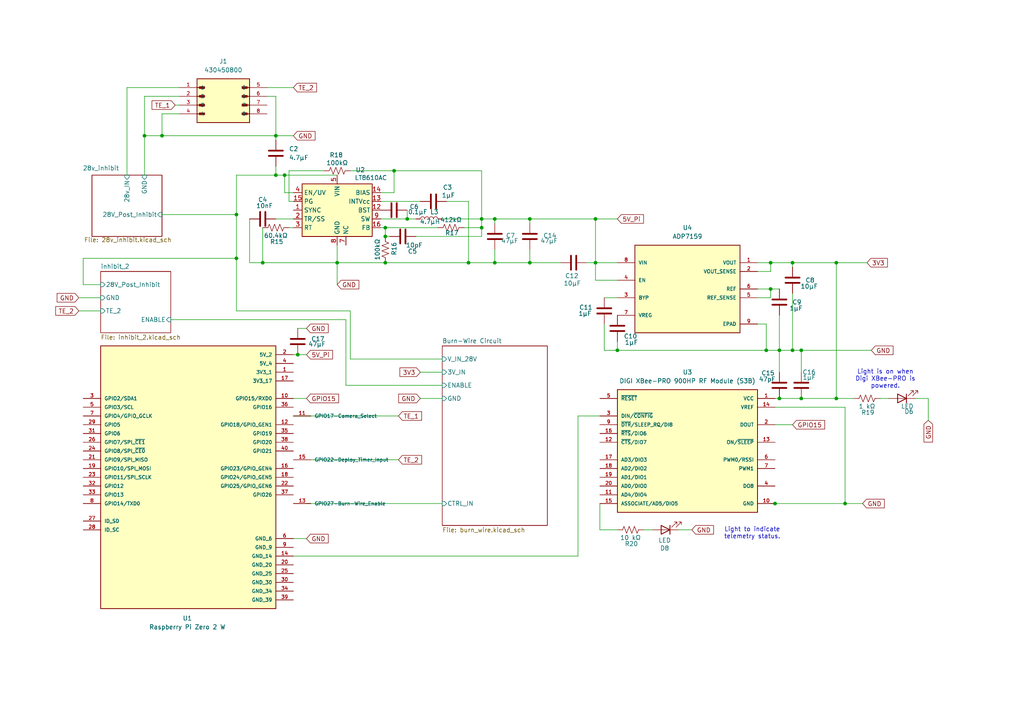
<source format=kicad_sch>
(kicad_sch (version 20250114) (generator "eeschema") (generator_version "9.0")
  (paper "A4")
  (lib_symbols
    (symbol "430450800:430450800" (pin_names (offset 1.016))
      (property "Reference" "J" (at -7.62 8.89 0))
      (property "Value" "430450800" (at -7.62 -7.62 0))
      (symbol "430450800_0_0"
        (polyline (pts (xy -7.62 5.08) (xy -5.715 5.08)) (stroke (width 0.254)))
        (polyline (pts (xy -7.62 2.54) (xy -5.715 2.54)) (stroke (width 0.254)))
        (polyline (pts (xy -7.62 0) (xy -5.715 0)) (stroke (width 0.254)))
        (polyline (pts (xy -7.62 -2.54) (xy -5.715 -2.54)) (stroke (width 0.254)))
        (rectangle (start -7.62 -5.08) (end 7.62 7.62) (stroke (width 0.254)) (fill (type background)))
        (rectangle (start -6.985 4.7625) (end -5.3975 5.3975) (stroke (width 0.1)) (fill (type outline)))
        (rectangle (start -6.985 2.2225) (end -5.3975 2.8575) (stroke (width 0.1)) (fill (type outline)))
        (rectangle (start -6.985 -0.3175) (end -5.3975 0.3175) (stroke (width 0.1)) (fill (type outline)))
        (rectangle (start -6.985 -2.8575) (end -5.3975 -2.2225) (stroke (width 0.1)) (fill (type outline)))
        (rectangle (start 5.3975 4.7625) (end 6.985 5.3975) (stroke (width 0.1)) (fill (type outline)))
        (rectangle (start 5.3975 2.2225) (end 6.985 2.8575) (stroke (width 0.1)) (fill (type outline)))
        (rectangle (start 5.3975 -0.3175) (end 6.985 0.3175) (stroke (width 0.1)) (fill (type outline)))
        (rectangle (start 5.3975 -2.8575) (end 6.985 -2.2225) (stroke (width 0.1)) (fill (type outline)))
        (polyline (pts (xy 7.62 5.08) (xy 5.715 5.08)) (stroke (width 0.254)))
        (polyline (pts (xy 7.62 2.54) (xy 5.715 2.54)) (stroke (width 0.254)))
        (polyline (pts (xy 7.62 0) (xy 5.715 0)) (stroke (width 0.254)))
        (polyline (pts (xy 7.62 -2.54) (xy 5.715 -2.54)) (stroke (width 0.254)))
        (pin passive line (at -12.7 5.08 0) (length 5.08) (name "1") (number "1"))
        (pin passive line (at -12.7 2.54 0) (length 5.08) (name "2") (number "2"))
        (pin passive line (at -12.7 0 0) (length 5.08) (name "3") (number "3"))
        (pin passive line (at -12.7 -2.54 0) (length 5.08) (name "4") (number "4"))
        (pin passive line (at 12.7 5.08 180) (length 5.08) (name "5") (number "5"))
        (pin passive line (at 12.7 2.54 180) (length 5.08) (name "6") (number "6"))
        (pin passive line (at 12.7 0 180) (length 5.08) (name "7") (number "7"))
        (pin passive line (at 12.7 -2.54 180) (length 5.08) (name "8") (number "8"))
      )
    )
    (symbol "ADP7158ARDZ-3.3-R7:ADP7158ARDZ-3.3-R7" (pin_names (offset 1.016))
      (property "Reference" "U" (at -15.24 13.335 0))
      (property "Value" "ADP7158ARDZ-3.3-R7" (at -15.24 -15.24 0))
      (symbol "ADP7158ARDZ-3.3-R7_0_0"
        (rectangle (start -15.24 -12.7) (end 15.24 12.7) (stroke (width 0.254)) (fill (type background)))
        (pin input line (at -20.32 7.62 0) (length 5.08) (name "VIN") (number "8"))
        (pin input line (at -20.32 2.54 0) (length 5.08) (name "EN") (number "4"))
        (pin passive line (at -20.32 -2.54 0) (length 5.08) (name "BYP") (number "3"))
        (pin passive line (at -20.32 -7.62 0) (length 5.08) (name "VREG") (number "7"))
        (pin output line (at 20.32 7.62 180) (length 5.08) (name "VOUT") (number "1"))
        (pin output line (at 20.32 5.08 180) (length 5.08) (name "VOUT_SENSE") (number "2"))
        (pin output line (at 20.32 0 180) (length 5.08) (name "REF") (number "6"))
        (pin input line (at 20.32 -2.54 180) (length 5.08) (name "REF_SENSE") (number "5"))
        (pin power_in line (at 20.32 -10.16 180) (length 5.08) (name "EPAD") (number "9"))
      )
    )
    (symbol "Device:C" (pin_numbers (hide yes)) (pin_names (offset 0.254))
      (property "Reference" "C" (at 0.635 2.54 0))
      (property "Value" "C" (at 0.635 -2.54 0))
      (symbol "C_0_1"
        (polyline (pts (xy -2.032 0.762) (xy 2.032 0.762)) (stroke (width 0.508)))
        (polyline (pts (xy -2.032 -0.762) (xy 2.032 -0.762)) (stroke (width 0.508)))
      )
      (symbol "C_1_1"
        (pin passive line (at 0 3.81 270) (length 2.794) (name "~") (number "1"))
        (pin passive line (at 0 -3.81 90) (length 2.794) (name "~") (number "2"))
      )
    )
    (symbol "Device:L" (pin_numbers (hide yes)) (pin_names (offset 1.016) (hide yes))
      (property "Reference" "L" (at -1.27 0 90))
      (property "Value" "L" (at 1.905 0 90))
      (symbol "L_0_1"
        (arc (start 0 2.54) (mid 0.6323 1.905) (end 0 1.27))
        (arc (start 0 1.27) (mid 0.6323 0.635) (end 0 0))
        (arc (start 0 0) (mid 0.6323 -0.635) (end 0 -1.27))
        (arc (start 0 -1.27) (mid 0.6323 -1.905) (end 0 -2.54))
      )
      (symbol "L_1_1"
        (pin passive line (at 0 3.81 270) (length 1.27) (name "1") (number "1"))
        (pin passive line (at 0 -3.81 90) (length 1.27) (name "2") (number "2"))
      )
    )
    (symbol "Device:LED" (pin_numbers (hide yes)) (pin_names (offset 1.016) (hide yes))
      (property "Reference" "D" (at 0 2.54 0))
      (property "Value" "LED" (at 0 -2.54 0))
      (symbol "LED_0_1"
        (polyline (pts (xy -3.048 -0.762) (xy -4.572 -2.286) (xy -3.81 -2.286) (xy -4.572 -2.286) (xy -4.572 -1.524)))
        (polyline (pts (xy -1.778 -0.762) (xy -3.302 -2.286) (xy -2.54 -2.286) (xy -3.302 -2.286) (xy -3.302 -1.524)))
        (polyline (pts (xy -1.27 0) (xy 1.27 0)))
        (polyline (pts (xy -1.27 -1.27) (xy -1.27 1.27)) (stroke (width 0.254)))
        (polyline (pts (xy 1.27 -1.27) (xy 1.27 1.27) (xy -1.27 0) (xy 1.27 -1.27)) (stroke (width 0.254)))
      )
      (symbol "LED_1_1"
        (pin passive line (at -3.81 0 0) (length 2.54) (name "K") (number "1"))
        (pin passive line (at 3.81 0 180) (length 2.54) (name "A") (number "2"))
      )
    )
    (symbol "Device:R_US" (pin_numbers (hide yes)) (pin_names (offset 0))
      (property "Reference" "R" (at 2.54 0 90))
      (property "Value" "R_US" (at -2.54 0 90))
      (symbol "R_US_0_1"
        (polyline (pts (xy 0 2.286) (xy 0 2.54)))
        (polyline (pts (xy 0 2.286) (xy 1.016 1.905) (xy 0 1.524) (xy -1.016 1.143) (xy 0 0.762)))
        (polyline (pts (xy 0 0.762) (xy 1.016 0.381) (xy 0 0) (xy -1.016 -0.381) (xy 0 -0.762)))
        (polyline (pts (xy 0 -0.762) (xy 1.016 -1.143) (xy 0 -1.524) (xy -1.016 -1.905) (xy 0 -2.286)))
        (polyline (pts (xy 0 -2.286) (xy 0 -2.54)))
      )
      (symbol "R_US_1_1"
        (pin passive line (at 0 3.81 270) (length 1.27) (name "~") (number "1"))
        (pin passive line (at 0 -3.81 90) (length 1.27) (name "~") (number "2"))
      )
    )
    (symbol "Regulator_Switching:LT8610AC"
      (property "Reference" "U" (at -8.89 8.89 0))
      (property "Value" "LT8610AC" (at 0.762 8.636 0))
      (symbol "LT8610AC_0_1"
        (rectangle (start -10.16 7.62) (end 10.16 -7.62) (stroke (width 0.254)) (fill (type background)))
      )
      (symbol "LT8610AC_1_1"
        (pin input line (at -12.7 5.08 0) (length 2.54) (name "EN/UV") (number "4"))
        (pin open_collector line (at -12.7 2.54 0) (length 2.54) (name "PG") (number "15"))
        (pin input line (at -12.7 0 0) (length 2.54) (name "SYNC") (number "1"))
        (pin input line (at -12.7 -2.54 0) (length 2.54) (name "TR/SS") (number "2"))
        (pin passive line (at -12.7 -5.08 0) (length 2.54) (name "RT") (number "3"))
        (pin power_in line (at 0 10.16 270) (length 2.54) (name "VIN") (number "5"))
        (pin passive line (at 0 10.16 270) (length 2.54) (hide yes) (name "VIN") (number "6"))
        (pin passive line (at 0 -10.16 90) (length 2.54) (hide yes) (name "GND") (number "17"))
        (pin power_in line (at 0 -10.16 90) (length 2.54) (name "GND") (number "8"))
        (pin passive line (at 2.54 -10.16 90) (length 2.54) (name "NC") (number "7"))
        (pin input line (at 12.7 5.08 180) (length 2.54) (name "BIAS") (number "14"))
        (pin passive line (at 12.7 2.54 180) (length 2.54) (name "INTVcc") (number "13"))
        (pin input line (at 12.7 0 180) (length 2.54) (name "BST") (number "12"))
        (pin passive line (at 12.7 -2.54 180) (length 2.54) (hide yes) (name "SW") (number "10"))
        (pin passive line (at 12.7 -2.54 180) (length 2.54) (hide yes) (name "SW") (number "11"))
        (pin output line (at 12.7 -2.54 180) (length 2.54) (name "SW") (number "9"))
        (pin input line (at 12.7 -5.08 180) (length 2.54) (name "FB") (number "16"))
      )
    )
    (symbol "SC1176:SC1176" (pin_names (offset 1.016))
      (property "Reference" "U1" (at 0 43.18 0))
      (property "Value" "Raspberry Pi Zero 2 W" (at 0 40.64 0))
      (symbol "SC1176_0_0"
        (rectangle (start -25.4 -38.1) (end 25.4 38.1) (stroke (width 0.254)) (fill (type background)))
        (pin bidirectional line (at -30.48 22.86 0) (length 5.08) (name "GPIO2/SDA1") (number "3"))
        (pin bidirectional line (at -30.48 20.32 0) (length 5.08) (name "GPIO3/SCL") (number "5"))
        (pin bidirectional line (at -30.48 17.78 0) (length 5.08) (name "GPIO4/GPIO_GCLK") (number "7"))
        (pin bidirectional line (at -30.48 15.24 0) (length 5.08) (name "GPIO5") (number "29"))
        (pin bidirectional line (at -30.48 12.7 0) (length 5.08) (name "GPIO6") (number "31"))
        (pin bidirectional line (at -30.48 10.16 0) (length 5.08) (name "GPIO7/SPI_~{CE1}") (number "26"))
        (pin bidirectional line (at -30.48 7.62 0) (length 5.08) (name "GPIO8/SPI_~{CE0}") (number "24"))
        (pin bidirectional line (at -30.48 5.08 0) (length 5.08) (name "GPIO9/SPI_MISO") (number "21"))
        (pin bidirectional line (at -30.48 2.54 0) (length 5.08) (name "GPIO10/SPI_MOSI") (number "19"))
        (pin bidirectional line (at -30.48 0 0) (length 5.08) (name "GPIO11/SPI_SCLK") (number "23"))
        (pin bidirectional line (at -30.48 -2.54 0) (length 5.08) (name "GPIO12") (number "32"))
        (pin bidirectional line (at -30.48 -5.08 0) (length 5.08) (name "GPIO13") (number "33"))
        (pin bidirectional line (at -30.48 -7.62 0) (length 5.08) (name "GPIO14/TXD0") (number "8"))
        (pin bidirectional line (at -30.48 -12.7 0) (length 5.08) (name "ID_SD") (number "27"))
        (pin bidirectional line (at -30.48 -15.24 0) (length 5.08) (name "ID_SC") (number "28"))
        (pin power_in line (at 30.48 35.56 180) (length 5.08) (name "5V_2") (number "2"))
        (pin power_in line (at 30.48 33.02 180) (length 5.08) (name "5V_4") (number "4"))
        (pin power_in line (at 30.48 30.48 180) (length 5.08) (name "3V3_1") (number "1"))
        (pin power_in line (at 30.48 27.94 180) (length 5.08) (name "3V3_17") (number "17"))
        (pin bidirectional line (at 30.48 22.86 180) (length 5.08) (name "GPIO15/RXD0") (number "10"))
        (pin bidirectional line (at 30.48 20.32 180) (length 5.08) (name "GPIO16") (number "36"))
        (pin bidirectional line (at 30.48 15.24 180) (length 5.08) (name "GPIO18/GPIO_GEN1") (number "12"))
        (pin bidirectional line (at 30.48 12.7 180) (length 5.08) (name "GPIO19") (number "35"))
        (pin bidirectional line (at 30.48 10.16 180) (length 5.08) (name "GPIO20") (number "38"))
        (pin bidirectional line (at 30.48 7.62 180) (length 5.08) (name "GPIO21") (number "40"))
        (pin bidirectional line (at 30.48 2.54 180) (length 5.08) (name "GPIO23/GPIO_GEN4") (number "16"))
        (pin bidirectional line (at 30.48 0 180) (length 5.08) (name "GPIO24/GPIO_GEN5") (number "18"))
        (pin bidirectional line (at 30.48 -2.54 180) (length 5.08) (name "GPIO25/GPIO_GEN6") (number "22"))
        (pin bidirectional line (at 30.48 -5.08 180) (length 5.08) (name "GPIO26") (number "37"))
        (pin power_in line (at 30.48 -17.78 180) (length 5.08) (name "GND_6") (number "6"))
        (pin power_in line (at 30.48 -20.32 180) (length 5.08) (name "GND_9") (number "9"))
        (pin power_in line (at 30.48 -22.86 180) (length 5.08) (name "GND_14") (number "14"))
        (pin power_in line (at 30.48 -25.4 180) (length 5.08) (name "GND_20") (number "20"))
        (pin power_in line (at 30.48 -27.94 180) (length 5.08) (name "GND_25") (number "25"))
        (pin power_in line (at 30.48 -30.48 180) (length 5.08) (name "GND_30") (number "30"))
        (pin power_in line (at 30.48 -33.02 180) (length 5.08) (name "GND_34") (number "34"))
        (pin power_in line (at 30.48 -35.56 180) (length 5.08) (name "GND_39") (number "39"))
      )
      (symbol "SC1176_1_0"
        (pin bidirectional line (at 30.48 17.78 0) (length 5.08) (name "GPIO17-Camera_Select") (number "11"))
        (pin bidirectional line (at 30.48 5.08 0) (length 5.08) (name "GPIO22-Deploy_Timer_Input") (number "15"))
        (pin bidirectional line (at 30.48 -7.62 0) (length 5.08) (name "GPIO27-Burn-Wire_Enable") (number "13"))
      )
    )
    (symbol "XBP24-Z7SIT-004:XBP24-Z7SIT-004" (pin_names (offset 1.016))
      (property "Reference" "U" (at -20.3473 18.3125 0))
      (property "Value" "XBP24-Z7SIT-004" (at -20.3925 -20.3925 0))
      (symbol "XBP24-Z7SIT-004_0_0"
        (rectangle (start -20.32 -17.78) (end 20.32 17.78) (stroke (width 0.254)) (fill (type background)))
        (pin input line (at -25.4 15.24 0) (length 5.08) (name "~{RESET}") (number "5"))
        (pin input line (at -25.4 10.16 0) (length 5.08) (name "DIN/~{CONFIG}") (number "3"))
        (pin bidirectional line (at -25.4 7.62 0) (length 5.08) (name "~{DTR}/SLEEP_RQ/DI8") (number "9"))
        (pin bidirectional line (at -25.4 5.08 0) (length 5.08) (name "~{RTS}/DIO6") (number "16"))
        (pin bidirectional line (at -25.4 2.54 0) (length 5.08) (name "~{CTS}/DIO7") (number "12"))
        (pin bidirectional line (at -25.4 -2.54 0) (length 5.08) (name "AD3/DIO3") (number "17"))
        (pin bidirectional line (at -25.4 -5.08 0) (length 5.08) (name "AD2/DIO2") (number "18"))
        (pin bidirectional line (at -25.4 -7.62 0) (length 5.08) (name "AD1/DIO1") (number "19"))
        (pin bidirectional line (at -25.4 -10.16 0) (length 5.08) (name "AD0/DIO0") (number "20"))
        (pin bidirectional line (at -25.4 -12.7 0) (length 5.08) (name "AD4/DIO4") (number "11"))
        (pin bidirectional line (at -25.4 -15.24 0) (length 5.08) (name "ASSOCIATE/AD5/DIO5") (number "15"))
        (pin power_in line (at 25.4 15.24 180) (length 5.08) (name "VCC") (number "1"))
        (pin power_in line (at 25.4 12.7 180) (length 5.08) (name "VREF") (number "14"))
        (pin output line (at 25.4 7.62 180) (length 5.08) (name "DOUT") (number "2"))
        (pin output line (at 25.4 2.54 180) (length 5.08) (name "ON/~{SLEEP}") (number "13"))
        (pin output line (at 25.4 -2.54 180) (length 5.08) (name "PWM0/RSSI") (number "6"))
        (pin output line (at 25.4 -5.08 180) (length 5.08) (name "PWM1") (number "7"))
        (pin output line (at 25.4 -10.16 180) (length 5.08) (name "DO8") (number "4"))
        (pin power_in line (at 25.4 -15.24 180) (length 5.08) (name "GND") (number "10"))
      )
    )
  )
  (text "Light is on when\nDigi XBee-PRO is\npowered." (at 256.794 109.982 0) (effects (font (size 1.27 1.27))))
  (text "Light to indicate\ntelemetry status." (at 218.186 154.686 0) (effects (font (size 1.27 1.27))))
  (junction (at 41.91 39.37))
  (junction (at 111.76 66.04))
  (junction (at 226.06 115.57))
  (junction (at 139.7 63.5))
  (junction (at 143.51 63.5))
  (junction (at 76.2 76.2))
  (junction (at 68.58 62.23))
  (junction (at 229.87 101.6))
  (junction (at 172.72 76.2))
  (junction (at 68.58 74.93))
  (junction (at 242.57 115.57))
  (junction (at 242.57 76.2))
  (junction (at 143.51 76.2))
  (junction (at 80.01 39.37))
  (junction (at 135.89 76.2))
  (junction (at 223.52 76.2))
  (junction (at 179.07 101.6))
  (junction (at 232.41 115.57))
  (junction (at 97.79 76.2))
  (junction (at 118.11 63.5))
  (junction (at 153.67 63.5))
  (junction (at 222.25 101.6))
  (junction (at 229.87 76.2))
  (junction (at 245.11 146.05))
  (junction (at 226.06 101.6))
  (junction (at 46.99 39.37))
  (junction (at 232.41 101.6))
  (junction (at 139.7 66.04))
  (junction (at 224.79 146.05))
  (junction (at 86.36 102.87))
  (junction (at 172.72 63.5))
  (junction (at 82.55 50.8))
  (junction (at 223.52 83.82))
  (junction (at 80.01 50.8))
  (junction (at 153.67 76.2))
  (junction (at 114.3 49.53))
  (junction (at 111.76 68.58))
  (junction (at 111.76 76.2))
  (wire (pts (xy 135.89 76.2) (xy 135.89 58.42)))
  (wire (pts (xy 173.99 120.65) (xy 167.64 120.65)))
  (wire (pts (xy 49.53 92.71) (xy 100.33 92.71)))
  (wire (pts (xy 153.67 76.2) (xy 162.56 76.2)))
  (wire (pts (xy 68.58 90.17) (xy 101.6 90.17)))
  (wire (pts (xy 153.67 63.5) (xy 172.72 63.5)))
  (wire (pts (xy 120.65 68.58) (xy 139.7 68.58)))
  (wire (pts (xy 41.91 39.37) (xy 46.99 39.37)))
  (wire (pts (xy 226.06 101.6) (xy 229.87 101.6)))
  (wire (pts (xy 224.79 146.05) (xy 245.11 146.05)))
  (wire (pts (xy 143.51 72.39) (xy 143.51 76.2)))
  (wire (pts (xy 101.6 104.14) (xy 128.27 104.14)))
  (wire (pts (xy 85.09 102.87) (xy 86.36 102.87)))
  (wire (pts (xy 41.91 27.94) (xy 41.91 39.37)))
  (wire (pts (xy 50.8 30.48) (xy 52.07 30.48)))
  (wire (pts (xy 170.18 76.2) (xy 172.72 76.2)))
  (wire (pts (xy 196.85 153.67) (xy 200.66 153.67)))
  (wire (pts (xy 232.41 101.6) (xy 232.41 107.95)))
  (wire (pts (xy 265.43 115.57) (xy 269.24 115.57)))
  (wire (pts (xy 97.79 71.12) (xy 97.79 76.2)))
  (wire (pts (xy 29.21 82.55) (xy 24.13 82.55)))
  (wire (pts (xy 114.3 49.53) (xy 101.6 49.53)))
  (wire (pts (xy 46.99 62.23) (xy 68.58 62.23)))
  (wire (pts (xy 80.01 40.64) (xy 80.01 39.37)))
  (wire (pts (xy 111.76 66.04) (xy 111.76 68.58)))
  (wire (pts (xy 110.49 55.88) (xy 114.3 55.88)))
  (wire (pts (xy 68.58 50.8) (xy 80.01 50.8)))
  (wire (pts (xy 101.6 104.14) (xy 101.6 90.17)))
  (wire (pts (xy 85.09 120.65) (xy 115.57 120.65)))
  (wire (pts (xy 80.01 50.8) (xy 82.55 50.8)))
  (wire (pts (xy 255.27 115.57) (xy 257.81 115.57)))
  (wire (pts (xy 226.06 91.44) (xy 226.06 101.6)))
  (wire (pts (xy 223.52 78.74) (xy 223.52 76.2)))
  (wire (pts (xy 24.13 74.93) (xy 68.58 74.93)))
  (wire (pts (xy 80.01 63.5) (xy 85.09 63.5)))
  (wire (pts (xy 46.99 33.02) (xy 46.99 39.37)))
  (wire (pts (xy 72.39 63.5) (xy 72.39 76.2)))
  (wire (pts (xy 82.55 55.88) (xy 82.55 50.8)))
  (wire (pts (xy 223.52 76.2) (xy 229.87 76.2)))
  (wire (pts (xy 100.33 111.76) (xy 128.27 111.76)))
  (wire (pts (xy 223.52 86.36) (xy 223.52 83.82)))
  (wire (pts (xy 179.07 99.06) (xy 179.07 101.6)))
  (wire (pts (xy 118.11 60.96) (xy 118.11 63.5)))
  (wire (pts (xy 83.82 49.53) (xy 93.98 49.53)))
  (wire (pts (xy 167.64 120.65) (xy 167.64 161.29)))
  (wire (pts (xy 85.09 161.29) (xy 167.64 161.29)))
  (wire (pts (xy 232.41 115.57) (xy 242.57 115.57)))
  (wire (pts (xy 121.92 115.57) (xy 128.27 115.57)))
  (wire (pts (xy 143.51 64.77) (xy 143.51 63.5)))
  (wire (pts (xy 83.82 49.53) (xy 83.82 58.42)))
  (wire (pts (xy 118.11 63.5) (xy 120.65 63.5)))
  (wire (pts (xy 179.07 81.28) (xy 172.72 81.28)))
  (wire (pts (xy 143.51 63.5) (xy 153.67 63.5)))
  (wire (pts (xy 175.26 86.36) (xy 179.07 86.36)))
  (wire (pts (xy 172.72 81.28) (xy 172.72 76.2)))
  (wire (pts (xy 139.7 63.5) (xy 143.51 63.5)))
  (wire (pts (xy 219.71 86.36) (xy 223.52 86.36)))
  (wire (pts (xy 77.47 27.94) (xy 80.01 27.94)))
  (wire (pts (xy 223.52 146.05) (xy 224.79 146.05)))
  (wire (pts (xy 68.58 62.23) (xy 68.58 74.93)))
  (wire (pts (xy 86.36 95.25) (xy 88.9 95.25)))
  (wire (pts (xy 219.71 76.2) (xy 223.52 76.2)))
  (wire (pts (xy 68.58 50.8) (xy 68.58 62.23)))
  (wire (pts (xy 222.25 93.98) (xy 222.25 101.6)))
  (wire (pts (xy 68.58 90.17) (xy 68.58 74.93)))
  (wire (pts (xy 175.26 93.98) (xy 175.26 101.6)))
  (wire (pts (xy 179.07 76.2) (xy 172.72 76.2)))
  (wire (pts (xy 80.01 48.26) (xy 80.01 50.8)))
  (wire (pts (xy 100.33 92.71) (xy 100.33 111.76)))
  (wire (pts (xy 111.76 76.2) (xy 135.89 76.2)))
  (wire (pts (xy 153.67 63.5) (xy 153.67 64.77)))
  (wire (pts (xy 110.49 66.04) (xy 111.76 66.04)))
  (wire (pts (xy 76.2 76.2) (xy 97.79 76.2)))
  (wire (pts (xy 128.27 63.5) (xy 139.7 63.5)))
  (wire (pts (xy 245.11 118.11) (xy 245.11 146.05)))
  (wire (pts (xy 83.82 58.42) (xy 85.09 58.42)))
  (wire (pts (xy 229.87 85.09) (xy 229.87 101.6)))
  (wire (pts (xy 121.92 107.95) (xy 128.27 107.95)))
  (wire (pts (xy 129.54 58.42) (xy 135.89 58.42)))
  (wire (pts (xy 139.7 66.04) (xy 139.7 63.5)))
  (wire (pts (xy 80.01 39.37) (xy 85.09 39.37)))
  (wire (pts (xy 229.87 76.2) (xy 242.57 76.2)))
  (wire (pts (xy 41.91 27.94) (xy 52.07 27.94)))
  (wire (pts (xy 226.06 115.57) (xy 232.41 115.57)))
  (wire (pts (xy 90.17 133.35) (xy 115.57 133.35)))
  (wire (pts (xy 245.11 146.05) (xy 250.19 146.05)))
  (wire (pts (xy 82.55 50.8) (xy 97.79 50.8)))
  (wire (pts (xy 24.13 82.55) (xy 24.13 74.93)))
  (wire (pts (xy 179.07 63.5) (xy 172.72 63.5)))
  (wire (pts (xy 269.24 115.57) (xy 269.24 121.92)))
  (wire (pts (xy 242.57 76.2) (xy 251.46 76.2)))
  (wire (pts (xy 219.71 78.74) (xy 223.52 78.74)))
  (wire (pts (xy 41.91 50.8) (xy 41.91 39.37)))
  (wire (pts (xy 83.82 66.04) (xy 85.09 66.04)))
  (wire (pts (xy 110.49 58.42) (xy 121.92 58.42)))
  (wire (pts (xy 232.41 101.6) (xy 252.73 101.6)))
  (wire (pts (xy 175.26 101.6) (xy 179.07 101.6)))
  (wire (pts (xy 224.79 123.19) (xy 229.87 123.19)))
  (wire (pts (xy 135.89 76.2) (xy 143.51 76.2)))
  (wire (pts (xy 173.99 146.05) (xy 173.99 153.67)))
  (wire (pts (xy 223.52 83.82) (xy 226.06 83.82)))
  (wire (pts (xy 97.79 76.2) (xy 97.79 82.55)))
  (wire (pts (xy 229.87 101.6) (xy 232.41 101.6)))
  (wire (pts (xy 219.71 93.98) (xy 222.25 93.98)))
  (wire (pts (xy 222.25 101.6) (xy 226.06 101.6)))
  (wire (pts (xy 114.3 55.88) (xy 114.3 49.53)))
  (wire (pts (xy 242.57 76.2) (xy 242.57 115.57)))
  (wire (pts (xy 143.51 76.2) (xy 153.67 76.2)))
  (wire (pts (xy 226.06 101.6) (xy 226.06 107.95)))
  (wire (pts (xy 242.57 115.57) (xy 247.65 115.57)))
  (wire (pts (xy 36.83 25.4) (xy 36.83 50.8)))
  (wire (pts (xy 46.99 39.37) (xy 80.01 39.37)))
  (wire (pts (xy 139.7 68.58) (xy 139.7 66.04)))
  (wire (pts (xy 22.86 90.17) (xy 29.21 90.17)))
  (wire (pts (xy 46.99 33.02) (xy 52.07 33.02)))
  (wire (pts (xy 111.76 76.2) (xy 97.79 76.2)))
  (wire (pts (xy 173.99 153.67) (xy 179.07 153.67)))
  (wire (pts (xy 77.47 25.4) (xy 85.09 25.4)))
  (wire (pts (xy 139.7 63.5) (xy 139.7 49.53)))
  (wire (pts (xy 111.76 66.04) (xy 127 66.04)))
  (wire (pts (xy 186.69 153.67) (xy 189.23 153.67)))
  (wire (pts (xy 134.62 66.04) (xy 139.7 66.04)))
  (wire (pts (xy 114.3 49.53) (xy 139.7 49.53)))
  (wire (pts (xy 153.67 72.39) (xy 153.67 76.2)))
  (wire (pts (xy 85.09 156.21) (xy 88.9 156.21)))
  (wire (pts (xy 219.71 83.82) (xy 223.52 83.82)))
  (wire (pts (xy 22.86 86.36) (xy 29.21 86.36)))
  (wire (pts (xy 82.55 55.88) (xy 85.09 55.88)))
  (wire (pts (xy 224.79 118.11) (xy 245.11 118.11)))
  (wire (pts (xy 85.09 115.57) (xy 88.9 115.57)))
  (wire (pts (xy 172.72 63.5) (xy 172.72 76.2)))
  (wire (pts (xy 179.07 101.6) (xy 222.25 101.6)))
  (wire (pts (xy 110.49 63.5) (xy 118.11 63.5)))
  (wire (pts (xy 111.76 68.58) (xy 113.03 68.58)))
  (wire (pts (xy 88.9 146.05) (xy 128.27 146.05)))
  (wire (pts (xy 86.36 102.87) (xy 88.9 102.87)))
  (wire (pts (xy 224.79 115.57) (xy 226.06 115.57)))
  (wire (pts (xy 229.87 76.2) (xy 229.87 77.47)))
  (wire (pts (xy 76.2 66.04) (xy 76.2 76.2)))
  (wire (pts (xy 72.39 76.2) (xy 76.2 76.2)))
  (wire (pts (xy 36.83 25.4) (xy 52.07 25.4)))
  (wire (pts (xy 80.01 27.94) (xy 80.01 39.37)))
  (global_label "TE_2" (shape input) (at 22.86 90.17 180) (property "Intersheetrefs" "${INTERSHEET_REFS}" (effects (hide yes))))
  (global_label "GND" (shape input) (at 252.73 101.6 0) (property "Intersheetrefs" "${INTERSHEET_REFS}" (effects (hide yes))))
  (global_label "GPIO15" (shape input) (at 88.9 115.57 0) (property "Intersheetrefs" "${INTERSHEET_REFS}" (effects (hide yes))))
  (global_label "GND" (shape input) (at 88.9 156.21 0) (property "Intersheetrefs" "${INTERSHEET_REFS}" (effects (hide yes))))
  (global_label "GND" (shape input) (at 85.09 39.37 0) (property "Intersheetrefs" "${INTERSHEET_REFS}" (effects (hide yes))))
  (global_label "GND" (shape input) (at 269.24 121.92 270) (property "Intersheetrefs" "${INTERSHEET_REFS}" (effects (hide yes))))
  (global_label "GND" (shape input) (at 88.9 95.25 0) (property "Intersheetrefs" "${INTERSHEET_REFS}" (effects (hide yes))))
  (global_label "TE_2" (shape input) (at 85.09 25.4 0) (property "Intersheetrefs" "${INTERSHEET_REFS}" (effects (hide yes))))
  (global_label "5V_Pi" (shape input) (at 88.9 102.87 0) (property "Intersheetrefs" "${INTERSHEET_REFS}" (effects (hide yes))))
  (global_label "GND" (shape input) (at 250.19 146.05 0) (property "Intersheetrefs" "${INTERSHEET_REFS}" (effects (hide yes))))
  (global_label "3V3" (shape input) (at 251.46 76.2 0) (property "Intersheetrefs" "${INTERSHEET_REFS}" (effects (hide yes))))
  (global_label "TE_1" (shape input) (at 115.57 120.65 0) (property "Intersheetrefs" "${INTERSHEET_REFS}" (effects (hide yes))))
  (global_label "GND" (shape input) (at 121.92 115.57 180) (property "Intersheetrefs" "${INTERSHEET_REFS}" (effects (hide yes))))
  (global_label "GND" (shape input) (at 22.86 86.36 180) (property "Intersheetrefs" "${INTERSHEET_REFS}" (effects (hide yes))))
  (global_label "GPIO15" (shape input) (at 229.87 123.19 0) (property "Intersheetrefs" "${INTERSHEET_REFS}" (effects (hide yes))))
  (global_label "GND" (shape input) (at 200.66 153.67 0) (property "Intersheetrefs" "${INTERSHEET_REFS}" (effects (hide yes))))
  (global_label "TE_2" (shape input) (at 115.57 133.35 0) (property "Intersheetrefs" "${INTERSHEET_REFS}" (effects (hide yes))))
  (global_label "TE_1" (shape input) (at 50.8 30.48 180) (property "Intersheetrefs" "${INTERSHEET_REFS}" (effects (hide yes))))
  (global_label "3V3" (shape input) (at 121.92 107.95 180) (property "Intersheetrefs" "${INTERSHEET_REFS}" (effects (hide yes))))
  (global_label "5V_Pi" (shape input) (at 179.07 63.5 0) (property "Intersheetrefs" "${INTERSHEET_REFS}" (effects (hide yes))))
  (global_label "GND" (shape input) (at 97.79 82.55 0) (property "Intersheetrefs" "${INTERSHEET_REFS}" (effects (hide yes))))
  (symbol (lib_id "Device:C") (at 166.37 76.2 90) (unit 1)
    (property "Reference" "C12" (at 165.862 80.01 90))
    (property "Value" "10µF" (at 165.989 82.169 90))
    (property "Footprint" "Capacitor_SMD:C_0603_1608Metric" (effects (hide yes)))
    (property "Description" "Unpolarized capacitor" (effects (hide yes)))
  )
  (symbol (lib_id "Device:R_US") (at 80.01 66.04 270) (unit 1)
    (property "Reference" "R15" (at 80.264 70.104 90))
    (property "Value" "60.4kΩ" (at 80.01 68.326 90))
    (property "Footprint" "Resistor_SMD:R_0201_0603Metric" (effects (hide yes)))
    (property "Description" "Resistor, US symbol" (effects (hide yes)))
  )
  (symbol (lib_id "Device:L") (at 124.46 63.5 90) (unit 1)
    (property "Reference" "L3" (at 125.984 61.468 90))
    (property "Value" "4.7µH" (at 124.714 64.262 90))
    (property "Footprint" "Inductor_SMD:L_Vishay_IHLP-2525" (effects (hide yes)))
    (property "Description" "Inductor" (effects (hide yes)))
  )
  (symbol (lib_id "Device:C") (at 179.07 95.25 180) (unit 1)
    (property "Reference" "C10" (at 182.88 97.536 0))
    (property "Value" "1µF" (at 183.134 99.314 0))
    (property "Footprint" "Capacitor_SMD:C_0603_1608Metric" (effects (hide yes)))
    (property "Description" "Unpolarized capacitor" (effects (hide yes)))
  )
  (symbol (lib_id "Device:C") (at 76.2 63.5 270) (unit 1)
    (property "Reference" "C4" (at 76.2 57.912 90))
    (property "Value" "10nF" (at 76.708 59.69 90))
    (property "Footprint" "Capacitor_SMD:C_0603_1608Metric" (effects (hide yes)))
    (property "Description" "Unpolarized capacitor" (effects (hide yes)))
  )
  (symbol (lib_id "Device:C") (at 125.73 58.42 270) (unit 1)
    (property "Reference" "C3" (at 129.794 54.356 90))
    (property "Value" "1µF" (at 130.048 56.642 90))
    (property "Footprint" "Capacitor_SMD:C_0603_1608Metric" (effects (hide yes)))
    (property "Description" "Unpolarized capacitor" (effects (hide yes)))
  )
  (symbol (lib_id "Device:LED") (at 261.62 115.57 180) (unit 1)
    (property "Reference" "D6" (at 263.652 119.38 0))
    (property "Value" "LED" (at 263.144 117.856 0))
    (property "Footprint" "LED_SMD:LED_0603_1608Metric" (effects (hide yes)))
    (property "Description" "Light emitting diode" (effects (hide yes)))
    (property "Sim.Pins" "1=K 2=A" (effects (hide yes)))
  )
  (symbol (lib_id "Device:C") (at 232.41 111.76 180) (unit 1)
    (property "Reference" "C16" (at 234.696 107.95 0))
    (property "Value" "1µF" (at 234.696 109.474 0))
    (property "Footprint" "Capacitor_SMD:C_0603_1608Metric" (effects (hide yes)))
    (property "Description" "Unpolarized capacitor" (effects (hide yes)))
  )
  (symbol (lib_id "Device:C") (at 116.84 68.58 270) (unit 1)
    (property "Reference" "C5" (at 119.634 72.898 90))
    (property "Value" "10pF" (at 120.142 71.12 90))
    (property "Footprint" "Capacitor_SMD:C_0603_1608Metric" (effects (hide yes)))
    (property "Description" "Unpolarized capacitor" (effects (hide yes)))
  )
  (symbol (lib_id "SC1176:SC1176") (at 54.61 138.43 0) (unit 1)
    (property "Reference" "U1" (at 54.356 179.324 0))
    (property "Value" "Raspberry Pi Zero 2 W" (at 54.356 181.864 0))
    (property "Footprint" "Raspberry Pi Zero 2 W:MODULE_SC1176" (effects (hide yes)))
    (property "DigiKey_Part_Number" "2648-SC1176-ND" (effects (hide yes)))
    (property "SnapEDA_Link" "https://www.snapeda.com/parts/SC1176/Raspberry+Pi/view-part/?ref=snap" (effects (hide yes)))
    (property "Description_1" "The Raspberry Pi Zero 2 W SC1176 single board computer features a 1GHz quad-core Broadcom BCM2710A1 Arm Cortex-A53 processor and 512MB of RAM, making it a powerful solution for embedded computing applications. With 40 digital I/O lines and multiple expansion options including Bluetooth 4.2, BLE, HAT GPIO, and LAN, this SBC offers extensive connectivity and flexibility. Its compact size of 2.600 x 1.180 (66.04mm x 29.97mm) makes it ideal for space-constrained projects. Video outputs include Composite and HDMI, and it features a microSD storage interface and a USB 2.0 OTG port." (effects (hide yes)))
    (property "Package" "None" (effects (hide yes)))
    (property "Check_prices" "https://www.snapeda.com/parts/SC1176/Raspberry+Pi/view-part/?ref=eda" (effects (hide yes)))
    (property "STANDARD" "Manufacturer Recommendations" (effects (hide yes)))
    (property "PARTREV" "April 2024" (effects (hide yes)))
    (property "MF" "Raspberry Pi" (effects (hide yes)))
    (property "MP" "SC1176" (effects (hide yes)))
    (property "MANUFACTURER" "Raspberry Pi" (effects (hide yes)))
  )
  (symbol (lib_id "Device:C") (at 114.3 60.96 270) (unit 1)
    (property "Reference" "C6" (at 120.142 59.944 90))
    (property "Value" "0.1µF" (at 121.158 61.468 90))
    (property "Footprint" "Capacitor_SMD:C_0603_1608Metric" (effects (hide yes)))
    (property "Description" "Unpolarized capacitor" (effects (hide yes)))
  )
  (symbol (lib_id "Device:R_US") (at 111.76 72.39 180) (unit 1)
    (property "Reference" "R16" (at 114.3 72.136 90))
    (property "Value" "100kΩ" (at 109.474 72.39 90))
    (property "Footprint" "Resistor_SMD:R_0201_0603Metric" (effects (hide yes)))
    (property "Description" "Resistor, US symbol" (effects (hide yes)))
  )
  (symbol (lib_id "Device:R_US") (at 251.46 115.57 270) (unit 1)
    (property "Reference" "R19" (at 251.714 119.634 90))
    (property "Value" "1 kΩ" (at 251.46 117.856 90))
    (property "Footprint" "Resistor_SMD:R_0201_0603Metric" (effects (hide yes)))
    (property "Description" "Resistor, US symbol" (effects (hide yes)))
  )
  (symbol (lib_id "Device:C") (at 226.06 87.63 180) (unit 1)
    (property "Reference" "C9" (at 231.14 87.63 0))
    (property "Value" "1µF" (at 230.886 89.408 0))
    (property "Footprint" "Capacitor_SMD:C_0603_1608Metric" (effects (hide yes)))
    (property "Description" "Unpolarized capacitor" (effects (hide yes)))
  )
  (symbol (lib_id "Device:LED") (at 193.04 153.67 180) (unit 1)
    (property "Reference" "D8" (at 192.786 159.004 0))
    (property "Value" "LED" (at 192.786 156.718 0))
    (property "Footprint" "LED_SMD:LED_0603_1608Metric" (effects (hide yes)))
    (property "Description" "Light emitting diode" (effects (hide yes)))
    (property "Sim.Pins" "1=K 2=A" (effects (hide yes)))
  )
  (symbol (lib_id "ADP7158ARDZ-3.3-R7:ADP7158ARDZ-3.3-R7") (at 199.39 83.82 0) (unit 1)
    (property "Reference" "U4" (at 199.39 66.04 0))
    (property "Value" "ADP7159" (at 199.39 68.58 0))
    (property "Footprint" "ADP7158ARDZ-3.3-R7:SOIC127P600X175-9N" (effects (hide yes)))
    (property "MF" "Analog Devices" (effects (hide yes)))
    (property "MAXIMUM_PACKAGE_HEIGHT" "1.75 mm" (effects (hide yes)))
    (property "Package" "SOIC -8 Analog Devices" (effects (hide yes)))
    (property "Price" "None" (effects (hide yes)))
    (property "Check_prices" "https://www.snapeda.com/parts/ADP7158ARDZ-3.3-R7/Analog+Devices/view-part/?ref=eda" (effects (hide yes)))
    (property "STANDARD" "IPC 7351B" (effects (hide yes)))
    (property "PARTREV" "C" (effects (hide yes)))
    (property "SnapEDA_Link" "https://www.snapeda.com/parts/ADP7158ARDZ-3.3-R7/Analog+Devices/view-part/?ref=snap" (effects (hide yes)))
    (property "MP" "ADP7158ARDZ-3.3-R7" (effects (hide yes)))
    (property "Description_1" "2 A, Ultralow Noise, High PSRR, Fixed Output, RF Linear Regulator" (effects (hide yes)))
    (property "MANUFACTURER" "ANALOG DEVICES" (effects (hide yes)))
    (property "Availability" "In Stock" (effects (hide yes)))
    (property "SNAPEDA_PN" "ADP7158ARDZ-3.3-R7" (effects (hide yes)))
  )
  (symbol (lib_id "Device:C") (at 175.26 90.17 180) (unit 1)
    (property "Reference" "C11" (at 169.926 89.154 0))
    (property "Value" "1µF" (at 169.672 90.932 0))
    (property "Footprint" "Capacitor_SMD:C_0603_1608Metric" (effects (hide yes)))
    (property "Description" "Unpolarized capacitor" (effects (hide yes)))
  )
  (symbol (lib_id "XBP24-Z7SIT-004:XBP24-Z7SIT-004") (at 199.39 130.81 0) (unit 1)
    (property "Reference" "U3" (at 199.39 107.95 0))
    (property "Value" "DIGI XBee-PRO 900HP RF Module (S3B)" (at 199.39 110.49 0))
    (property "Footprint" "XBee:DIP2200W51P200L3294H279Q20P" (effects (hide yes)))
    (property "MF" "Digi International" (effects (hide yes)))
    (property "Description_1" "XBee-PRO ZB (ZigBee PRO Feature Set), 50mW, RPSMA ant connector, 250000 bps;Router, AT" (effects (hide yes)))
    (property "Package" "None" (effects (hide yes)))
    (property "Price" "None" (effects (hide yes)))
    (property "Check_prices" "https://www.snapeda.com/parts/XBP24Z7SIT004/Digi+International/view-part/?ref=eda" (effects (hide yes)))
    (property "SnapEDA_Link" "https://www.snapeda.com/parts/XBP24Z7SIT004/Digi+International/view-part/?ref=snap" (effects (hide yes)))
    (property "MP" "XBP24Z7SIT004" (effects (hide yes)))
    (property "Availability" "In Stock" (effects (hide yes)))
    (property "MANUFACTURER" "Digi" (effects (hide yes)))
  )
  (symbol (lib_id "430450800:430450800") (at 64.77 30.48 0) (unit 1)
    (property "Reference" "J1" (at 64.77 17.78 0))
    (property "Value" "430450800" (at 64.77 20.32 0))
    (property "Footprint" "HarnessDeck:MOLEX_430450800" (effects (hide yes)))
    (property "DigiKey_Part_Number" "WM1816-ND" (effects (hide yes)))
    (property "SnapEDA_Link" "https://www.snapeda.com/parts/430450800/Molex/view-part/?ref=snap" (effects (hide yes)))
    (property "MAXIMUM_PACKAGE_HEIGHT" "8.77mm" (effects (hide yes)))
    (property "Package" "None" (effects (hide yes)))
    (property "Check_prices" "https://www.snapeda.com/parts/430450800/Molex/view-part/?ref=eda" (effects (hide yes)))
    (property "STANDARD" "Manufacturer Recommendations" (effects (hide yes)))
    (property "PARTREV" "G" (effects (hide yes)))
    (property "MF" "Molex" (effects (hide yes)))
    (property "MP" "430450800" (effects (hide yes)))
    (property "Description_1" "Connector Header Through Hole, Right Angle 8 position 0.118 (3.00mm)" (effects (hide yes)))
    (property "MANUFACTURER" "Molex" (effects (hide yes)))
  )
  (symbol (lib_id "Device:R_US") (at 97.79 49.53 90) (unit 1)
    (property "Reference" "R18" (at 97.536 44.958 90))
    (property "Value" "100kΩ" (at 97.79 47.244 90))
    (property "Footprint" "Resistor_SMD:R_0201_0603Metric" (effects (hide yes)))
    (property "Description" "Resistor, US symbol" (effects (hide yes)))
  )
  (symbol (lib_id "Device:C") (at 143.51 68.58 180) (unit 1)
    (property "Reference" "C7" (at 148.082 68.326 0))
    (property "Value" "47µF" (at 147.828 69.85 0))
    (property "Footprint" "Capacitor_SMD:C_0603_1608Metric" (effects (hide yes)))
    (property "Description" "Unpolarized capacitor" (effects (hide yes)))
  )
  (symbol (lib_id "Device:R_US") (at 130.81 66.04 90) (unit 1)
    (property "Reference" "R17" (at 131.064 67.564 90))
    (property "Value" "412kΩ" (at 130.81 63.754 90))
    (property "Footprint" "Resistor_SMD:R_0201_0603Metric" (effects (hide yes)))
    (property "Description" "Resistor, US symbol" (effects (hide yes)))
  )
  (symbol (lib_id "Regulator_Switching:LT8610AC") (at 97.79 60.96 0) (unit 1)
    (property "Reference" "U2" (at 103.124 49.276 0) (effects (justify left)))
    (property "Value" "LT8610AC" (at 102.87 51.562 0) (effects (justify left)))
    (property "Footprint" "Package_SO:MSOP-16-1EP_3x4.039mm_P0.5mm_EP1.651x2.845mm_ThermalVias" (effects (hide yes)))
    (property "Datasheet" "https://www.analog.com/media/en/technical-documentation/data-sheets/lt8610ac-8610ac-1.pdf" (effects (hide yes)))
    (property "Description" "42V, 3.5A Synchronous Step-Down Regulator with 2.5uA Quiescent Current, 0.8V Feedback Voltage, 3.0V Minimum Vin, MSOP-16" (effects (hide yes)))
  )
  (symbol (lib_id "Device:C") (at 153.67 68.58 180) (unit 1)
    (property "Reference" "C14" (at 159.512 68.326 0))
    (property "Value" "47µF" (at 159.258 69.85 0))
    (property "Footprint" "Capacitor_SMD:C_0603_1608Metric" (effects (hide yes)))
    (property "Description" "Unpolarized capacitor" (effects (hide yes)))
  )
  (symbol (lib_id "Device:C") (at 229.87 81.28 180) (unit 1)
    (property "Reference" "C8" (at 234.95 81.28 0))
    (property "Value" "10µF" (at 234.696 83.058 0))
    (property "Footprint" "Capacitor_SMD:C_0603_1608Metric" (effects (hide yes)))
    (property "Description" "Unpolarized capacitor" (effects (hide yes)))
  )
  (symbol (lib_id "Device:R_US") (at 182.88 153.67 270) (unit 1)
    (property "Reference" "R20" (at 183.134 157.734 90))
    (property "Value" "10 kΩ" (at 182.88 155.956 90))
    (property "Footprint" "Resistor_SMD:R_0201_0603Metric" (effects (hide yes)))
    (property "Description" "Resistor, US symbol" (effects (hide yes)))
  )
  (symbol (lib_id "Device:C") (at 80.01 44.45 0) (unit 1)
    (property "Reference" "C2" (at 83.82 43.1799 0) (effects (justify left)))
    (property "Value" "4.7µF" (at 83.82 45.7199 0) (effects (justify left)))
    (property "Footprint" "Capacitor_SMD:C_0603_1608Metric" (effects (hide yes)))
    (property "Description" "Unpolarized capacitor" (effects (hide yes)))
  )
  (symbol (lib_id "Device:C") (at 226.06 111.76 180) (unit 1)
    (property "Reference" "C15" (at 222.758 108.204 0))
    (property "Value" "47pF" (at 222.504 109.982 0))
    (property "Footprint" "Capacitor_SMD:C_0603_1608Metric" (effects (hide yes)))
    (property "Description" "Unpolarized capacitor" (effects (hide yes)))
  )
  (symbol (lib_id "Device:C") (at 86.36 99.06 180) (unit 1)
    (property "Reference" "C17" (at 92.202 98.298 0))
    (property "Value" "47µF" (at 91.948 99.822 0))
    (property "Footprint" "Capacitor_SMD:C_0603_1608Metric" (effects (hide yes)))
    (property "Description" "Unpolarized capacitor" (effects (hide yes)))
  )
  (sheet (at 26.67 50.8) (size 20.32 17.78) (stroke (width 0.1524))
    (property "Sheetname" "28v_inhibit" (at 34.544 48.768 0) (effects (justify right)))
    (property "Sheetfile" "28v_inhibit.kicad_sch" (at 24.384 68.834 0) (effects (justify left top)))
    (pin "28V_Post_Inhibit" input (at 46.99 62.23 0))
    (pin "28v_IN" input (at 36.83 50.8 90))
    (pin "GND" input (at 41.91 50.8 90))
  )
  (sheet (at 128.27 100.33) (size 30.48 52.07) (stroke (width 0.1524))
    (property "Sheetname" "Burn-Wire Circuit" (at 128.27 99.6184 0) (effects (justify left bottom)))
    (property "Sheetfile" "burn_wire.kicad_sch" (at 128.27 152.9846 0) (effects (justify left top)))
    (pin "CTRL_IN" input (at 128.27 146.05 180))
    (pin "GND" input (at 128.27 115.57 180))
    (pin "V_IN_28V" input (at 128.27 104.14 180))
    (pin "3V_IN" input (at 128.27 107.95 180))
    (pin "ENABLE" input (at 128.27 111.76 180))
  )
  (sheet (at 29.21 78.74) (size 20.32 17.78) (stroke (width 0.1524))
    (property "Sheetname" "inhibit_2" (at 29.21 78.0284 0) (effects (justify left bottom)))
    (property "Sheetfile" "inhibit_2.kicad_sch" (at 29.21 97.1046 0) (effects (justify left top)))
    (pin "28V_Post_Inhibit" input (at 29.21 82.55 180))
    (pin "GND" input (at 29.21 86.36 180))
    (pin "TE_2" input (at 29.21 90.17 180))
    (pin "ENABLE" input (at 49.53 92.71 0))
  )
)
</source>
